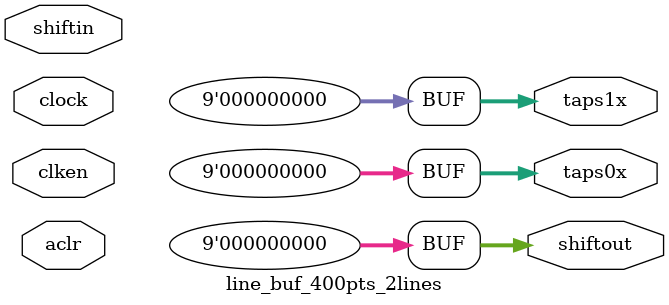
<source format=v>
module line_buf_400pts_2lines(	// file.cleaned.mlir:2:3
  input        aclr,	// file.cleaned.mlir:2:40
               clken,	// file.cleaned.mlir:2:55
               clock,	// file.cleaned.mlir:2:71
  input  [8:0] shiftin,	// file.cleaned.mlir:2:87
  output [8:0] shiftout,	// file.cleaned.mlir:2:106
               taps0x,	// file.cleaned.mlir:2:125
               taps1x	// file.cleaned.mlir:2:142
);

  assign shiftout = 9'h0;	// file.cleaned.mlir:3:14, :4:5
  assign taps0x = 9'h0;	// file.cleaned.mlir:3:14, :4:5
  assign taps1x = 9'h0;	// file.cleaned.mlir:3:14, :4:5
endmodule


</source>
